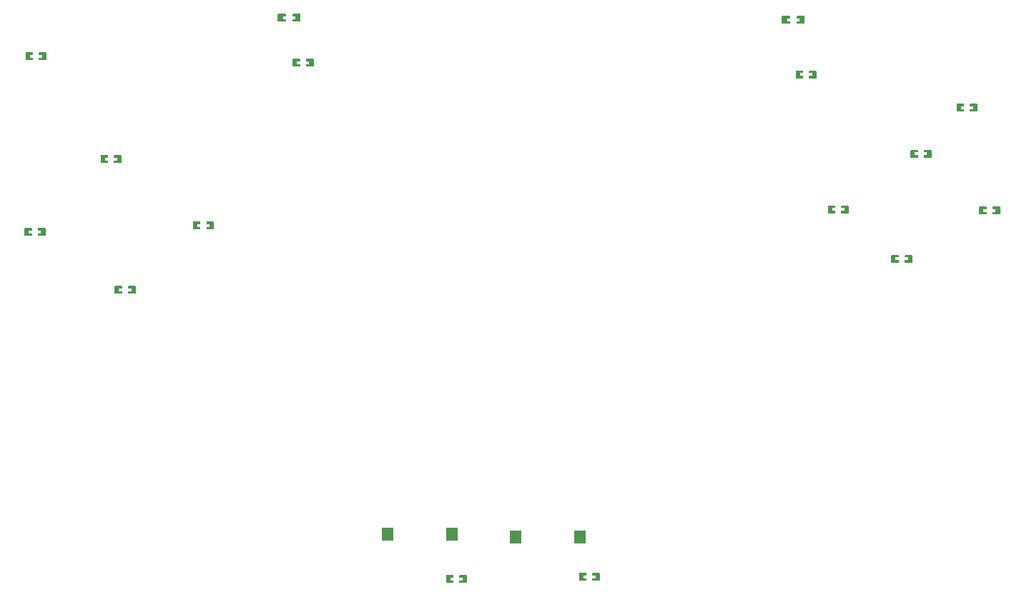
<source format=gtp>
G04 Layer: TopPasteMaskLayer*
G04 EasyEDA v6.5.5, 2022-05-16 22:10:27*
G04 b8c07eb695134d75bee5dc6a5e37684e,a4ea12fd96744f7d9b8618c9b4952ea7,10*
G04 Gerber Generator version 0.2*
G04 Scale: 100 percent, Rotated: No, Reflected: No *
G04 Dimensions in millimeters *
G04 leading zeros omitted , absolute positions ,4 integer and 5 decimal *
%FSLAX45Y45*%
%MOMM*%

%ADD12R,1.4000X1.5000*%

%LPD*%
G36*
X-1095197Y5950508D02*
G01*
X-1100226Y5945479D01*
X-1100226Y5865520D01*
X-1095197Y5860491D01*
X-1010208Y5860491D01*
X-1005179Y5865520D01*
X-1005179Y5890514D01*
X-1035202Y5890514D01*
X-1035202Y5920486D01*
X-1005179Y5920486D01*
X-1005179Y5945479D01*
X-1010208Y5950508D01*
G37*
G36*
X-920191Y5950508D02*
G01*
X-925220Y5945479D01*
X-925220Y5920486D01*
X-895197Y5920486D01*
X-895197Y5890514D01*
X-925220Y5890514D01*
X-925220Y5865520D01*
X-920191Y5860491D01*
X-835202Y5860491D01*
X-830224Y5865520D01*
X-830224Y5945479D01*
X-835202Y5950508D01*
G37*
G36*
X-760577Y5417108D02*
G01*
X-765606Y5412079D01*
X-765606Y5389321D01*
X-728624Y5389321D01*
X-728624Y5356301D01*
X-765606Y5356301D01*
X-765606Y5332120D01*
X-760577Y5327091D01*
X-680618Y5327091D01*
X-675589Y5332120D01*
X-675589Y5412079D01*
X-680618Y5417108D01*
G37*
G36*
X-919581Y5417108D02*
G01*
X-924610Y5412079D01*
X-924610Y5332120D01*
X-919581Y5327091D01*
X-840587Y5327091D01*
X-835609Y5332120D01*
X-835609Y5356301D01*
X-873607Y5356301D01*
X-873607Y5389321D01*
X-835609Y5389321D01*
X-835609Y5412079D01*
X-840587Y5417108D01*
G37*
G36*
X4873802Y5925108D02*
G01*
X4868773Y5920079D01*
X4868773Y5840120D01*
X4873802Y5835091D01*
X4958791Y5835091D01*
X4963820Y5840120D01*
X4963820Y5865114D01*
X4933797Y5865114D01*
X4933797Y5895086D01*
X4963820Y5895086D01*
X4963820Y5920079D01*
X4958791Y5925108D01*
G37*
G36*
X5048808Y5925108D02*
G01*
X5043779Y5920079D01*
X5043779Y5895086D01*
X5073802Y5895086D01*
X5073802Y5865114D01*
X5043779Y5865114D01*
X5043779Y5840120D01*
X5048808Y5835091D01*
X5133797Y5835091D01*
X5138775Y5840120D01*
X5138775Y5920079D01*
X5133797Y5925108D01*
G37*
G36*
X5195722Y5277408D02*
G01*
X5190693Y5272379D01*
X5190693Y5249621D01*
X5227675Y5249621D01*
X5227675Y5216601D01*
X5190693Y5216601D01*
X5190693Y5192420D01*
X5195722Y5187391D01*
X5275681Y5187391D01*
X5280710Y5192420D01*
X5280710Y5272379D01*
X5275681Y5277408D01*
G37*
G36*
X5036718Y5277408D02*
G01*
X5031689Y5272379D01*
X5031689Y5192420D01*
X5036718Y5187391D01*
X5115712Y5187391D01*
X5120690Y5192420D01*
X5120690Y5216601D01*
X5082692Y5216601D01*
X5082692Y5249621D01*
X5120690Y5249621D01*
X5120690Y5272379D01*
X5115712Y5277408D01*
G37*
G36*
X7367422Y3664508D02*
G01*
X7362393Y3659479D01*
X7362393Y3636721D01*
X7399375Y3636721D01*
X7399375Y3603701D01*
X7362393Y3603701D01*
X7362393Y3579520D01*
X7367422Y3574491D01*
X7447381Y3574491D01*
X7452410Y3579520D01*
X7452410Y3659479D01*
X7447381Y3664508D01*
G37*
G36*
X7208418Y3664508D02*
G01*
X7203389Y3659479D01*
X7203389Y3579520D01*
X7208418Y3574491D01*
X7287412Y3574491D01*
X7292390Y3579520D01*
X7292390Y3603701D01*
X7254392Y3603701D01*
X7254392Y3636721D01*
X7292390Y3636721D01*
X7292390Y3659479D01*
X7287412Y3664508D01*
G37*
G36*
X6167018Y3093008D02*
G01*
X6161989Y3087979D01*
X6161989Y3008020D01*
X6167018Y3002991D01*
X6246977Y3002991D01*
X6252006Y3008020D01*
X6252006Y3030778D01*
X6215024Y3030778D01*
X6215024Y3063798D01*
X6252006Y3063798D01*
X6252006Y3087979D01*
X6246977Y3093008D01*
G37*
G36*
X6326987Y3093008D02*
G01*
X6322009Y3087979D01*
X6322009Y3063798D01*
X6360007Y3063798D01*
X6360007Y3030778D01*
X6322009Y3030778D01*
X6322009Y3008020D01*
X6326987Y3002991D01*
X6405981Y3002991D01*
X6411010Y3008020D01*
X6411010Y3087979D01*
X6405981Y3093008D01*
G37*
G36*
X-3027781Y2724708D02*
G01*
X-3032810Y2719679D01*
X-3032810Y2639720D01*
X-3027781Y2634691D01*
X-2947822Y2634691D01*
X-2942793Y2639720D01*
X-2942793Y2662478D01*
X-2979775Y2662478D01*
X-2979775Y2695498D01*
X-2942793Y2695498D01*
X-2942793Y2719679D01*
X-2947822Y2724708D01*
G37*
G36*
X-2867812Y2724708D02*
G01*
X-2872790Y2719679D01*
X-2872790Y2695498D01*
X-2834792Y2695498D01*
X-2834792Y2662478D01*
X-2872790Y2662478D01*
X-2872790Y2639720D01*
X-2867812Y2634691D01*
X-2788818Y2634691D01*
X-2783789Y2639720D01*
X-2783789Y2719679D01*
X-2788818Y2724708D01*
G37*
G36*
X-3935577Y3410508D02*
G01*
X-3940606Y3405479D01*
X-3940606Y3382721D01*
X-3903573Y3382721D01*
X-3903573Y3349701D01*
X-3940606Y3349701D01*
X-3940606Y3325520D01*
X-3935577Y3320491D01*
X-3855618Y3320491D01*
X-3850589Y3325520D01*
X-3850589Y3405479D01*
X-3855618Y3410508D01*
G37*
G36*
X-4094581Y3410508D02*
G01*
X-4099610Y3405479D01*
X-4099610Y3325520D01*
X-4094581Y3320491D01*
X-4015587Y3320491D01*
X-4010609Y3325520D01*
X-4010609Y3349701D01*
X-4048607Y3349701D01*
X-4048607Y3382721D01*
X-4010609Y3382721D01*
X-4010609Y3405479D01*
X-4015587Y3410508D01*
G37*
G36*
X-3922877Y5493308D02*
G01*
X-3927906Y5488279D01*
X-3927906Y5465521D01*
X-3890873Y5465521D01*
X-3890873Y5432501D01*
X-3927906Y5432501D01*
X-3927906Y5408320D01*
X-3922877Y5403291D01*
X-3842918Y5403291D01*
X-3837889Y5408320D01*
X-3837889Y5488279D01*
X-3842918Y5493308D01*
G37*
G36*
X-4081881Y5493308D02*
G01*
X-4086910Y5488279D01*
X-4086910Y5408320D01*
X-4081881Y5403291D01*
X-4002887Y5403291D01*
X-3997909Y5408320D01*
X-3997909Y5432501D01*
X-4035907Y5432501D01*
X-4035907Y5465521D01*
X-3997909Y5465521D01*
X-3997909Y5488279D01*
X-4002887Y5493308D01*
G37*
G36*
X-2100681Y3486708D02*
G01*
X-2105710Y3481679D01*
X-2105710Y3401720D01*
X-2100681Y3396691D01*
X-2020722Y3396691D01*
X-2015693Y3401720D01*
X-2015693Y3424478D01*
X-2052675Y3424478D01*
X-2052675Y3457498D01*
X-2015693Y3457498D01*
X-2015693Y3481679D01*
X-2020722Y3486708D01*
G37*
G36*
X-1940712Y3486708D02*
G01*
X-1945690Y3481679D01*
X-1945690Y3457498D01*
X-1907692Y3457498D01*
X-1907692Y3424478D01*
X-1945690Y3424478D01*
X-1945690Y3401720D01*
X-1940712Y3396691D01*
X-1861718Y3396691D01*
X-1856689Y3401720D01*
X-1856689Y3481679D01*
X-1861718Y3486708D01*
G37*
G36*
X7100722Y4883708D02*
G01*
X7095693Y4878679D01*
X7095693Y4855921D01*
X7132675Y4855921D01*
X7132675Y4822901D01*
X7095693Y4822901D01*
X7095693Y4798720D01*
X7100722Y4793691D01*
X7180681Y4793691D01*
X7185710Y4798720D01*
X7185710Y4878679D01*
X7180681Y4883708D01*
G37*
G36*
X6941718Y4883708D02*
G01*
X6936689Y4878679D01*
X6936689Y4798720D01*
X6941718Y4793691D01*
X7020712Y4793691D01*
X7025690Y4798720D01*
X7025690Y4822901D01*
X6987692Y4822901D01*
X6987692Y4855921D01*
X7025690Y4855921D01*
X7025690Y4878679D01*
X7020712Y4883708D01*
G37*
G36*
X1055522Y-704291D02*
G01*
X1050493Y-709320D01*
X1050493Y-732078D01*
X1087475Y-732078D01*
X1087475Y-765098D01*
X1050493Y-765098D01*
X1050493Y-789279D01*
X1055522Y-794308D01*
X1135481Y-794308D01*
X1140510Y-789279D01*
X1140510Y-709320D01*
X1135481Y-704291D01*
G37*
G36*
X896518Y-704291D02*
G01*
X891489Y-709320D01*
X891489Y-789279D01*
X896518Y-794308D01*
X975512Y-794308D01*
X980490Y-789279D01*
X980490Y-765098D01*
X942492Y-765098D01*
X942492Y-732078D01*
X980490Y-732078D01*
X980490Y-709320D01*
X975512Y-704291D01*
G37*
G36*
X2630322Y-678891D02*
G01*
X2625293Y-683920D01*
X2625293Y-706678D01*
X2662275Y-706678D01*
X2662275Y-739698D01*
X2625293Y-739698D01*
X2625293Y-763879D01*
X2630322Y-768908D01*
X2710281Y-768908D01*
X2715310Y-763879D01*
X2715310Y-683920D01*
X2710281Y-678891D01*
G37*
G36*
X2471318Y-678891D02*
G01*
X2466289Y-683920D01*
X2466289Y-763879D01*
X2471318Y-768908D01*
X2550312Y-768908D01*
X2555290Y-763879D01*
X2555290Y-739698D01*
X2517292Y-739698D01*
X2517292Y-706678D01*
X2555290Y-706678D01*
X2555290Y-683920D01*
X2550312Y-678891D01*
G37*
G36*
X-3033877Y4274108D02*
G01*
X-3038906Y4269079D01*
X-3038906Y4246321D01*
X-3001924Y4246321D01*
X-3001924Y4213301D01*
X-3038906Y4213301D01*
X-3038906Y4189120D01*
X-3033877Y4184091D01*
X-2953918Y4184091D01*
X-2948889Y4189120D01*
X-2948889Y4269079D01*
X-2953918Y4274108D01*
G37*
G36*
X-3192881Y4274108D02*
G01*
X-3197910Y4269079D01*
X-3197910Y4189120D01*
X-3192881Y4184091D01*
X-3113887Y4184091D01*
X-3108909Y4189120D01*
X-3108909Y4213301D01*
X-3146907Y4213301D01*
X-3146907Y4246321D01*
X-3108909Y4246321D01*
X-3108909Y4269079D01*
X-3113887Y4274108D01*
G37*
G36*
X6554622Y4337608D02*
G01*
X6549593Y4332579D01*
X6549593Y4309821D01*
X6586575Y4309821D01*
X6586575Y4276801D01*
X6549593Y4276801D01*
X6549593Y4252620D01*
X6554622Y4247591D01*
X6634581Y4247591D01*
X6639610Y4252620D01*
X6639610Y4332579D01*
X6634581Y4337608D01*
G37*
G36*
X6395618Y4337608D02*
G01*
X6390589Y4332579D01*
X6390589Y4252620D01*
X6395618Y4247591D01*
X6474612Y4247591D01*
X6479590Y4252620D01*
X6479590Y4276801D01*
X6441592Y4276801D01*
X6441592Y4309821D01*
X6479590Y4309821D01*
X6479590Y4332579D01*
X6474612Y4337608D01*
G37*
G36*
X5576722Y3677208D02*
G01*
X5571693Y3672179D01*
X5571693Y3649421D01*
X5608675Y3649421D01*
X5608675Y3616401D01*
X5571693Y3616401D01*
X5571693Y3592220D01*
X5576722Y3587191D01*
X5656681Y3587191D01*
X5661710Y3592220D01*
X5661710Y3672179D01*
X5656681Y3677208D01*
G37*
G36*
X5417718Y3677208D02*
G01*
X5412689Y3672179D01*
X5412689Y3592220D01*
X5417718Y3587191D01*
X5496712Y3587191D01*
X5501690Y3592220D01*
X5501690Y3616401D01*
X5463692Y3616401D01*
X5463692Y3649421D01*
X5501690Y3649421D01*
X5501690Y3672179D01*
X5496712Y3677208D01*
G37*
D12*
G01*
X964184Y-215900D03*
G01*
X204215Y-215900D03*
G01*
X1715515Y-254000D03*
G01*
X2475484Y-254000D03*
M02*

</source>
